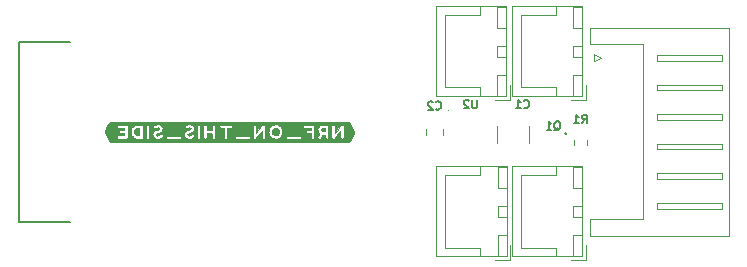
<source format=gbr>
%TF.GenerationSoftware,KiCad,Pcbnew,5.99.0-unknown-7ef9082c86~117~ubuntu18.04.1*%
%TF.CreationDate,2021-03-11T22:58:14+01:00*%
%TF.ProjectId,TSDZ2_nrf_module_board,5453445a-325f-46e7-9266-5f6d6f64756c,rev?*%
%TF.SameCoordinates,Original*%
%TF.FileFunction,Legend,Bot*%
%TF.FilePolarity,Positive*%
%FSLAX46Y46*%
G04 Gerber Fmt 4.6, Leading zero omitted, Abs format (unit mm)*
G04 Created by KiCad (PCBNEW 5.99.0-unknown-7ef9082c86~117~ubuntu18.04.1) date 2021-03-11 22:58:14*
%MOMM*%
%LPD*%
G01*
G04 APERTURE LIST*
%ADD10C,0.150000*%
%ADD11C,0.120000*%
%ADD12C,0.010000*%
%ADD13C,0.127000*%
G04 APERTURE END LIST*
D10*
%TO.C,R1*%
X92416666Y-69266666D02*
X92650000Y-68933333D01*
X92816666Y-69266666D02*
X92816666Y-68566666D01*
X92550000Y-68566666D01*
X92483333Y-68600000D01*
X92450000Y-68633333D01*
X92416666Y-68700000D01*
X92416666Y-68800000D01*
X92450000Y-68866666D01*
X92483333Y-68900000D01*
X92550000Y-68933333D01*
X92816666Y-68933333D01*
X91750000Y-69266666D02*
X92150000Y-69266666D01*
X91950000Y-69266666D02*
X91950000Y-68566666D01*
X92016666Y-68666666D01*
X92083333Y-68733333D01*
X92150000Y-68766666D01*
%TO.C,C2*%
X80066666Y-68050000D02*
X80100000Y-68083333D01*
X80200000Y-68116666D01*
X80266666Y-68116666D01*
X80366666Y-68083333D01*
X80433333Y-68016666D01*
X80466666Y-67950000D01*
X80500000Y-67816666D01*
X80500000Y-67716666D01*
X80466666Y-67583333D01*
X80433333Y-67516666D01*
X80366666Y-67450000D01*
X80266666Y-67416666D01*
X80200000Y-67416666D01*
X80100000Y-67450000D01*
X80066666Y-67483333D01*
X79800000Y-67483333D02*
X79766666Y-67450000D01*
X79700000Y-67416666D01*
X79533333Y-67416666D01*
X79466666Y-67450000D01*
X79433333Y-67483333D01*
X79400000Y-67550000D01*
X79400000Y-67616666D01*
X79433333Y-67716666D01*
X79833333Y-68116666D01*
X79400000Y-68116666D01*
%TO.C,U2*%
X83533333Y-67316666D02*
X83533333Y-67883333D01*
X83500000Y-67950000D01*
X83466666Y-67983333D01*
X83400000Y-68016666D01*
X83266666Y-68016666D01*
X83200000Y-67983333D01*
X83166666Y-67950000D01*
X83133333Y-67883333D01*
X83133333Y-67316666D01*
X82833333Y-67383333D02*
X82800000Y-67350000D01*
X82733333Y-67316666D01*
X82566666Y-67316666D01*
X82500000Y-67350000D01*
X82466666Y-67383333D01*
X82433333Y-67450000D01*
X82433333Y-67516666D01*
X82466666Y-67616666D01*
X82866666Y-68016666D01*
X82433333Y-68016666D01*
%TO.C,*%
%TO.C,Q1*%
X90066666Y-69883333D02*
X90133333Y-69850000D01*
X90200000Y-69783333D01*
X90300000Y-69683333D01*
X90366666Y-69650000D01*
X90433333Y-69650000D01*
X90400000Y-69816666D02*
X90466666Y-69783333D01*
X90533333Y-69716666D01*
X90566666Y-69583333D01*
X90566666Y-69350000D01*
X90533333Y-69216666D01*
X90466666Y-69150000D01*
X90400000Y-69116666D01*
X90266666Y-69116666D01*
X90200000Y-69150000D01*
X90133333Y-69216666D01*
X90100000Y-69350000D01*
X90100000Y-69583333D01*
X90133333Y-69716666D01*
X90200000Y-69783333D01*
X90266666Y-69816666D01*
X90400000Y-69816666D01*
X89433333Y-69816666D02*
X89833333Y-69816666D01*
X89633333Y-69816666D02*
X89633333Y-69116666D01*
X89700000Y-69216666D01*
X89766666Y-69283333D01*
X89833333Y-69316666D01*
%TO.C,C1*%
X87516666Y-67950000D02*
X87550000Y-67983333D01*
X87650000Y-68016666D01*
X87716666Y-68016666D01*
X87816666Y-67983333D01*
X87883333Y-67916666D01*
X87916666Y-67850000D01*
X87950000Y-67716666D01*
X87950000Y-67616666D01*
X87916666Y-67483333D01*
X87883333Y-67416666D01*
X87816666Y-67350000D01*
X87716666Y-67316666D01*
X87650000Y-67316666D01*
X87550000Y-67350000D01*
X87516666Y-67383333D01*
X86850000Y-68016666D02*
X87250000Y-68016666D01*
X87050000Y-68016666D02*
X87050000Y-67316666D01*
X87116666Y-67416666D01*
X87183333Y-67483333D01*
X87250000Y-67516666D01*
D11*
%TO.C,R1*%
X91777500Y-71137258D02*
X91777500Y-70662742D01*
X92822500Y-71137258D02*
X92822500Y-70662742D01*
%TO.C,C2*%
X80685000Y-69738748D02*
X80685000Y-70261252D01*
X79215000Y-69738748D02*
X79215000Y-70261252D01*
%TO.C,SW4*%
X85275000Y-59400000D02*
X86025000Y-59400000D01*
X83775000Y-60150000D02*
X80825000Y-60150000D01*
X86025000Y-62700000D02*
X86025000Y-63700000D01*
X86025000Y-65200000D02*
X86025000Y-67000000D01*
X85275000Y-63700000D02*
X85275000Y-62700000D01*
X85275000Y-65200000D02*
X86025000Y-65200000D01*
X86035000Y-59390000D02*
X86035000Y-67010000D01*
X86025000Y-63700000D02*
X85275000Y-63700000D01*
X80065000Y-67010000D02*
X80065000Y-59390000D01*
X86035000Y-67010000D02*
X80065000Y-67010000D01*
X86025000Y-67000000D02*
X85275000Y-67000000D01*
X83775000Y-66250000D02*
X80825000Y-66250000D01*
X80065000Y-59390000D02*
X86035000Y-59390000D01*
X80825000Y-66250000D02*
X80825000Y-63200000D01*
X85275000Y-61200000D02*
X85275000Y-59400000D01*
X85275000Y-62700000D02*
X86025000Y-62700000D01*
X80825000Y-60150000D02*
X80825000Y-63200000D01*
X86325000Y-66050000D02*
X86325000Y-67300000D01*
X86025000Y-59400000D02*
X86025000Y-61200000D01*
X83775000Y-67000000D02*
X83775000Y-66250000D01*
X85275000Y-67000000D02*
X85275000Y-65200000D01*
X86325000Y-67300000D02*
X85075000Y-67300000D01*
X83775000Y-59400000D02*
X83775000Y-60150000D01*
X86025000Y-61200000D02*
X85275000Y-61200000D01*
%TO.C,U2*%
X81150000Y-68200000D02*
G75*
G03*
X81150000Y-68200000I-50000J0D01*
G01*
%TO.C,SW1*%
X92450000Y-72950000D02*
X92450000Y-74750000D01*
X92460000Y-80560000D02*
X86490000Y-80560000D01*
X92750000Y-79600000D02*
X92750000Y-80850000D01*
X91700000Y-76250000D02*
X92450000Y-76250000D01*
X92450000Y-77250000D02*
X91700000Y-77250000D01*
X91700000Y-72950000D02*
X92450000Y-72950000D01*
X92460000Y-72940000D02*
X92460000Y-80560000D01*
X92450000Y-76250000D02*
X92450000Y-77250000D01*
X86490000Y-72940000D02*
X92460000Y-72940000D01*
X91700000Y-77250000D02*
X91700000Y-76250000D01*
X90200000Y-79800000D02*
X87250000Y-79800000D01*
X92450000Y-80550000D02*
X91700000Y-80550000D01*
X92450000Y-74750000D02*
X91700000Y-74750000D01*
X92450000Y-78750000D02*
X92450000Y-80550000D01*
X91700000Y-74750000D02*
X91700000Y-72950000D01*
X87250000Y-73700000D02*
X87250000Y-76750000D01*
X90200000Y-80550000D02*
X90200000Y-79800000D01*
X91700000Y-78750000D02*
X92450000Y-78750000D01*
X91700000Y-80550000D02*
X91700000Y-78750000D01*
X90200000Y-72950000D02*
X90200000Y-73700000D01*
X87250000Y-79800000D02*
X87250000Y-76750000D01*
X92750000Y-80850000D02*
X91500000Y-80850000D01*
X90200000Y-73700000D02*
X87250000Y-73700000D01*
X86490000Y-80560000D02*
X86490000Y-72940000D01*
%TO.C,J1*%
X93140000Y-78810000D02*
X93140000Y-77390000D01*
X104250000Y-64000000D02*
X98750000Y-64000000D01*
X104250000Y-69000000D02*
X98750000Y-69000000D01*
X93140000Y-61190000D02*
X93140000Y-62610000D01*
X98750000Y-76500000D02*
X98750000Y-76000000D01*
X104250000Y-68500000D02*
X104250000Y-69000000D01*
X104860000Y-61190000D02*
X93140000Y-61190000D01*
X104860000Y-70000000D02*
X104860000Y-78810000D01*
X104860000Y-78810000D02*
X93140000Y-78810000D01*
X98750000Y-73500000D02*
X104250000Y-73500000D01*
X98750000Y-74000000D02*
X98750000Y-73500000D01*
X97640000Y-62610000D02*
X97640000Y-70000000D01*
X93450000Y-63450000D02*
X93450000Y-64050000D01*
X104250000Y-71000000D02*
X104250000Y-71500000D01*
X104250000Y-73500000D02*
X104250000Y-74000000D01*
X98750000Y-68500000D02*
X104250000Y-68500000D01*
X97640000Y-77390000D02*
X97640000Y-70000000D01*
X98750000Y-64000000D02*
X98750000Y-63500000D01*
X104250000Y-76500000D02*
X98750000Y-76500000D01*
X98750000Y-63500000D02*
X104250000Y-63500000D01*
X98750000Y-66500000D02*
X98750000Y-66000000D01*
X93140000Y-62610000D02*
X97640000Y-62610000D01*
X104250000Y-71500000D02*
X98750000Y-71500000D01*
X93140000Y-77390000D02*
X97640000Y-77390000D01*
X104860000Y-70000000D02*
X104860000Y-61190000D01*
X104250000Y-66500000D02*
X98750000Y-66500000D01*
X98750000Y-71000000D02*
X104250000Y-71000000D01*
X104250000Y-63500000D02*
X104250000Y-64000000D01*
X98750000Y-69000000D02*
X98750000Y-68500000D01*
X94050000Y-63750000D02*
X93450000Y-63450000D01*
X98750000Y-76000000D02*
X104250000Y-76000000D01*
X104250000Y-76000000D02*
X104250000Y-76500000D01*
X98750000Y-71500000D02*
X98750000Y-71000000D01*
X93450000Y-64050000D02*
X94050000Y-63750000D01*
X98750000Y-66000000D02*
X104250000Y-66000000D01*
X104250000Y-74000000D02*
X98750000Y-74000000D01*
X104250000Y-66000000D02*
X104250000Y-66500000D01*
%TO.C,SW2*%
X90200000Y-67000000D02*
X90200000Y-66250000D01*
X90200000Y-66250000D02*
X87250000Y-66250000D01*
X86490000Y-59390000D02*
X92460000Y-59390000D01*
X92450000Y-65200000D02*
X92450000Y-67000000D01*
X87250000Y-66250000D02*
X87250000Y-63200000D01*
X91700000Y-65200000D02*
X92450000Y-65200000D01*
X92450000Y-62700000D02*
X92450000Y-63700000D01*
X92450000Y-61200000D02*
X91700000Y-61200000D01*
X92450000Y-63700000D02*
X91700000Y-63700000D01*
X92460000Y-67010000D02*
X86490000Y-67010000D01*
X91700000Y-63700000D02*
X91700000Y-62700000D01*
X92750000Y-66050000D02*
X92750000Y-67300000D01*
X92450000Y-67000000D02*
X91700000Y-67000000D01*
X86490000Y-67010000D02*
X86490000Y-59390000D01*
X87250000Y-60150000D02*
X87250000Y-63200000D01*
X90200000Y-59400000D02*
X90200000Y-60150000D01*
X92450000Y-59400000D02*
X92450000Y-61200000D01*
X91700000Y-62700000D02*
X92450000Y-62700000D01*
X92460000Y-59390000D02*
X92460000Y-67010000D01*
X91700000Y-61200000D02*
X91700000Y-59400000D01*
X91700000Y-67000000D02*
X91700000Y-65200000D01*
X90200000Y-60150000D02*
X87250000Y-60150000D01*
X91700000Y-59400000D02*
X92450000Y-59400000D01*
X92750000Y-67300000D02*
X91500000Y-67300000D01*
D12*
%TO.C,*%
X70650000Y-69970000D02*
X70480000Y-69970000D01*
X70480000Y-69970000D02*
X70400000Y-69950000D01*
X70400000Y-69950000D02*
X70340000Y-69890000D01*
X70340000Y-69890000D02*
X70330000Y-69800000D01*
X70330000Y-69800000D02*
X70370000Y-69730000D01*
X70370000Y-69730000D02*
X70440000Y-69680000D01*
X70440000Y-69680000D02*
X70520000Y-69680000D01*
X70520000Y-69680000D02*
X70610000Y-69680000D01*
X70610000Y-69680000D02*
X70680000Y-69690000D01*
X70680000Y-69690000D02*
X70680000Y-69950000D01*
X70680000Y-69950000D02*
X70650000Y-69970000D01*
X70650000Y-69970000D02*
X70650000Y-69970000D01*
G36*
X70680000Y-69690000D02*
G01*
X70680000Y-69950000D01*
X70650000Y-69970000D01*
X70480000Y-69970000D01*
X70400000Y-69950000D01*
X70340000Y-69890000D01*
X70330000Y-69800000D01*
X70370000Y-69730000D01*
X70440000Y-69680000D01*
X70610000Y-69680000D01*
X70680000Y-69690000D01*
G37*
X70680000Y-69690000D02*
X70680000Y-69950000D01*
X70650000Y-69970000D01*
X70480000Y-69970000D01*
X70400000Y-69950000D01*
X70340000Y-69890000D01*
X70330000Y-69800000D01*
X70370000Y-69730000D01*
X70440000Y-69680000D01*
X70610000Y-69680000D01*
X70680000Y-69690000D01*
X66720000Y-70180000D02*
X66660000Y-70240000D01*
X66660000Y-70240000D02*
X66590000Y-70280000D01*
X66590000Y-70280000D02*
X66510000Y-70300000D01*
X66510000Y-70300000D02*
X66420000Y-70300000D01*
X66420000Y-70300000D02*
X66350000Y-70270000D01*
X66350000Y-70270000D02*
X66280000Y-70220000D01*
X66280000Y-70220000D02*
X66220000Y-70160000D01*
X66220000Y-70160000D02*
X66190000Y-70080000D01*
X66190000Y-70080000D02*
X66180000Y-69990000D01*
X66180000Y-69990000D02*
X66190000Y-69900000D01*
X66190000Y-69900000D02*
X66220000Y-69830000D01*
X66220000Y-69830000D02*
X66270000Y-69760000D01*
X66270000Y-69760000D02*
X66330000Y-69700000D01*
X66330000Y-69700000D02*
X66410000Y-69670000D01*
X66410000Y-69670000D02*
X66490000Y-69660000D01*
X66490000Y-69660000D02*
X66570000Y-69680000D01*
X66570000Y-69680000D02*
X66650000Y-69710000D01*
X66650000Y-69710000D02*
X66710000Y-69770000D01*
X66710000Y-69770000D02*
X66750000Y-69840000D01*
X66750000Y-69840000D02*
X66780000Y-69920000D01*
X66780000Y-69920000D02*
X66780000Y-70010000D01*
X66780000Y-70010000D02*
X66780000Y-70090000D01*
X66780000Y-70090000D02*
X66720000Y-70180000D01*
X66720000Y-70180000D02*
X66720000Y-70180000D01*
G36*
X66570000Y-69680000D02*
G01*
X66650000Y-69710000D01*
X66710000Y-69770000D01*
X66750000Y-69840000D01*
X66780000Y-69920000D01*
X66780000Y-70090000D01*
X66720000Y-70180000D01*
X66660000Y-70240000D01*
X66590000Y-70280000D01*
X66510000Y-70300000D01*
X66420000Y-70300000D01*
X66350000Y-70270000D01*
X66280000Y-70220000D01*
X66220000Y-70160000D01*
X66190000Y-70080000D01*
X66180000Y-69990000D01*
X66190000Y-69900000D01*
X66220000Y-69830000D01*
X66270000Y-69760000D01*
X66330000Y-69700000D01*
X66410000Y-69670000D01*
X66490000Y-69660000D01*
X66570000Y-69680000D01*
G37*
X66570000Y-69680000D02*
X66650000Y-69710000D01*
X66710000Y-69770000D01*
X66750000Y-69840000D01*
X66780000Y-69920000D01*
X66780000Y-70090000D01*
X66720000Y-70180000D01*
X66660000Y-70240000D01*
X66590000Y-70280000D01*
X66510000Y-70300000D01*
X66420000Y-70300000D01*
X66350000Y-70270000D01*
X66280000Y-70220000D01*
X66220000Y-70160000D01*
X66190000Y-70080000D01*
X66180000Y-69990000D01*
X66190000Y-69900000D01*
X66220000Y-69830000D01*
X66270000Y-69760000D01*
X66330000Y-69700000D01*
X66410000Y-69670000D01*
X66490000Y-69660000D01*
X66570000Y-69680000D01*
X54670000Y-70290000D02*
X54610000Y-70230000D01*
X54610000Y-70230000D02*
X54560000Y-70160000D01*
X54560000Y-70160000D02*
X54520000Y-70090000D01*
X54520000Y-70090000D02*
X54510000Y-70010000D01*
X54510000Y-70010000D02*
X54510000Y-69920000D01*
X54510000Y-69920000D02*
X54540000Y-69840000D01*
X54540000Y-69840000D02*
X54590000Y-69780000D01*
X54590000Y-69780000D02*
X54660000Y-69720000D01*
X54660000Y-69720000D02*
X54740000Y-69690000D01*
X54740000Y-69690000D02*
X54820000Y-69690000D01*
X54820000Y-69690000D02*
X54910000Y-69690000D01*
X54910000Y-69690000D02*
X54960000Y-69720000D01*
X54960000Y-69720000D02*
X54960000Y-70220000D01*
X54960000Y-70220000D02*
X54960000Y-70300000D01*
X54960000Y-70300000D02*
X54700000Y-70300000D01*
X54700000Y-70300000D02*
X54670000Y-70290000D01*
X54670000Y-70290000D02*
X54670000Y-70290000D01*
G36*
X54960000Y-69720000D02*
G01*
X54960000Y-70300000D01*
X54700000Y-70300000D01*
X54670000Y-70290000D01*
X54610000Y-70230000D01*
X54560000Y-70160000D01*
X54520000Y-70090000D01*
X54510000Y-70010000D01*
X54510000Y-69920000D01*
X54540000Y-69840000D01*
X54590000Y-69780000D01*
X54660000Y-69720000D01*
X54740000Y-69690000D01*
X54910000Y-69690000D01*
X54960000Y-69720000D01*
G37*
X54960000Y-69720000D02*
X54960000Y-70300000D01*
X54700000Y-70300000D01*
X54670000Y-70290000D01*
X54610000Y-70230000D01*
X54560000Y-70160000D01*
X54520000Y-70090000D01*
X54510000Y-70010000D01*
X54510000Y-69920000D01*
X54540000Y-69840000D01*
X54590000Y-69780000D01*
X54660000Y-69720000D01*
X54740000Y-69690000D01*
X54910000Y-69690000D01*
X54960000Y-69720000D01*
X72330000Y-69150000D02*
X72670000Y-69150000D01*
X72670000Y-69150000D02*
X72750000Y-69160000D01*
X72750000Y-69160000D02*
X73170000Y-69990000D01*
X73170000Y-69990000D02*
X73140000Y-70070000D01*
X73140000Y-70070000D02*
X72760000Y-70820000D01*
X72760000Y-70820000D02*
X72690000Y-70850000D01*
X72690000Y-70850000D02*
X52460000Y-70850000D01*
X52460000Y-70850000D02*
X52400000Y-70810000D01*
X52400000Y-70810000D02*
X52020000Y-70050000D01*
X52020000Y-70050000D02*
X52010000Y-69970000D01*
X52010000Y-69970000D02*
X52390000Y-69220000D01*
X52390000Y-69220000D02*
X52440000Y-69150000D01*
X52440000Y-69150000D02*
X72330000Y-69150000D01*
X72330000Y-69150000D02*
X72180000Y-69410000D01*
X72180000Y-69410000D02*
X72100000Y-69400000D01*
X72100000Y-69400000D02*
X72020000Y-69430000D01*
X72020000Y-69430000D02*
X71960000Y-69490000D01*
X71960000Y-69490000D02*
X71650000Y-69900000D01*
X71650000Y-69900000D02*
X71540000Y-70060000D01*
X71540000Y-70060000D02*
X71510000Y-70090000D01*
X71510000Y-70090000D02*
X71510000Y-69580000D01*
X71510000Y-69580000D02*
X71500000Y-69490000D01*
X71500000Y-69490000D02*
X71420000Y-69400000D01*
X71420000Y-69400000D02*
X71330000Y-69400000D01*
X71330000Y-69400000D02*
X71260000Y-69430000D01*
X71260000Y-69430000D02*
X71220000Y-69490000D01*
X71220000Y-69490000D02*
X71220000Y-69590000D01*
X71220000Y-69590000D02*
X71220000Y-70430000D01*
X71220000Y-70430000D02*
X70970000Y-70410000D01*
X70970000Y-70410000D02*
X70970000Y-69480000D01*
X70970000Y-69480000D02*
X70940000Y-69420000D01*
X70940000Y-69420000D02*
X70850000Y-69390000D01*
X70850000Y-69390000D02*
X70510000Y-69390000D01*
X70510000Y-69390000D02*
X70420000Y-69390000D01*
X70420000Y-69390000D02*
X70350000Y-69410000D01*
X70350000Y-69410000D02*
X70270000Y-69450000D01*
X70270000Y-69450000D02*
X70190000Y-69500000D01*
X70190000Y-69500000D02*
X70140000Y-69560000D01*
X70140000Y-69560000D02*
X70090000Y-69630000D01*
X70090000Y-69630000D02*
X70060000Y-69710000D01*
X70060000Y-69710000D02*
X70040000Y-69790000D01*
X70040000Y-69790000D02*
X70050000Y-69880000D01*
X70050000Y-69880000D02*
X70060000Y-69960000D01*
X70060000Y-69960000D02*
X70100000Y-70040000D01*
X70100000Y-70040000D02*
X70150000Y-70100000D01*
X70150000Y-70100000D02*
X70150000Y-70160000D01*
X70150000Y-70160000D02*
X70080000Y-70320000D01*
X70080000Y-70320000D02*
X70060000Y-70390000D01*
X70060000Y-70390000D02*
X70030000Y-70470000D01*
X70030000Y-70470000D02*
X69780000Y-70430000D01*
X69780000Y-70430000D02*
X69780000Y-69580000D01*
X69780000Y-69580000D02*
X69780000Y-69490000D01*
X69780000Y-69490000D02*
X69750000Y-69420000D01*
X69750000Y-69420000D02*
X69670000Y-69400000D01*
X69670000Y-69400000D02*
X69580000Y-69400000D01*
X69580000Y-69400000D02*
X69070000Y-69400000D01*
X69070000Y-69400000D02*
X68960000Y-69400000D01*
X68960000Y-69400000D02*
X68890000Y-69430000D01*
X68890000Y-69430000D02*
X68850000Y-69500000D01*
X68850000Y-69500000D02*
X68850000Y-69590000D01*
X68850000Y-69590000D02*
X68890000Y-69660000D01*
X68890000Y-69660000D02*
X68960000Y-69690000D01*
X68960000Y-69690000D02*
X69470000Y-69690000D01*
X69470000Y-69690000D02*
X69490000Y-69750000D01*
X69490000Y-69750000D02*
X69490000Y-69840000D01*
X69490000Y-69840000D02*
X69430000Y-69860000D01*
X69430000Y-69860000D02*
X69170000Y-69860000D01*
X69170000Y-69860000D02*
X69090000Y-69860000D01*
X69090000Y-69860000D02*
X69050000Y-69920000D01*
X69050000Y-69920000D02*
X69040000Y-70020000D01*
X69040000Y-70020000D02*
X69060000Y-70100000D01*
X69060000Y-70100000D02*
X68630000Y-70430000D01*
X68630000Y-70430000D02*
X68590000Y-70370000D01*
X68590000Y-70370000D02*
X68500000Y-70360000D01*
X68500000Y-70360000D02*
X67490000Y-70360000D01*
X67490000Y-70360000D02*
X67400000Y-70370000D01*
X67400000Y-70370000D02*
X67350000Y-70420000D01*
X67350000Y-70420000D02*
X67030000Y-70220000D01*
X67030000Y-70220000D02*
X67050000Y-70140000D01*
X67050000Y-70140000D02*
X67070000Y-70060000D01*
X67070000Y-70060000D02*
X67070000Y-69980000D01*
X67070000Y-69980000D02*
X67060000Y-69890000D01*
X67060000Y-69890000D02*
X67050000Y-69810000D01*
X67050000Y-69810000D02*
X67020000Y-69730000D01*
X67020000Y-69730000D02*
X66980000Y-69650000D01*
X66980000Y-69650000D02*
X66930000Y-69580000D01*
X66930000Y-69580000D02*
X66870000Y-69520000D01*
X66870000Y-69520000D02*
X66810000Y-69470000D01*
X66810000Y-69470000D02*
X66730000Y-69430000D01*
X66730000Y-69430000D02*
X66660000Y-69400000D01*
X66660000Y-69400000D02*
X66580000Y-69380000D01*
X66580000Y-69380000D02*
X66490000Y-69370000D01*
X66490000Y-69370000D02*
X66440000Y-69380000D01*
X66440000Y-69380000D02*
X66360000Y-69390000D01*
X66360000Y-69390000D02*
X66280000Y-69410000D01*
X66280000Y-69410000D02*
X66200000Y-69450000D01*
X66200000Y-69450000D02*
X66130000Y-69490000D01*
X66130000Y-69490000D02*
X66070000Y-69550000D01*
X66070000Y-69550000D02*
X66010000Y-69620000D01*
X66010000Y-69620000D02*
X65960000Y-69690000D01*
X65960000Y-69690000D02*
X65930000Y-69760000D01*
X65930000Y-69760000D02*
X65610000Y-69580000D01*
X65610000Y-69580000D02*
X65610000Y-69490000D01*
X65610000Y-69490000D02*
X65580000Y-69420000D01*
X65580000Y-69420000D02*
X65500000Y-69400000D01*
X65500000Y-69400000D02*
X65410000Y-69410000D01*
X65410000Y-69410000D02*
X65350000Y-69440000D01*
X65350000Y-69440000D02*
X65280000Y-69530000D01*
X65280000Y-69530000D02*
X65030000Y-69860000D01*
X65030000Y-69860000D02*
X64870000Y-70080000D01*
X64870000Y-70080000D02*
X64860000Y-70050000D01*
X64860000Y-70050000D02*
X64860000Y-69540000D01*
X64860000Y-69540000D02*
X64850000Y-69460000D01*
X64850000Y-69460000D02*
X64820000Y-69420000D01*
X64820000Y-69420000D02*
X64740000Y-69400000D01*
X64740000Y-69400000D02*
X64650000Y-69410000D01*
X64650000Y-69410000D02*
X64590000Y-69460000D01*
X64590000Y-69460000D02*
X64570000Y-69540000D01*
X64570000Y-69540000D02*
X64570000Y-70480000D01*
X64570000Y-70480000D02*
X64360000Y-70440000D01*
X64360000Y-70440000D02*
X64320000Y-70380000D01*
X64320000Y-70380000D02*
X64240000Y-70360000D01*
X64240000Y-70360000D02*
X63220000Y-70360000D01*
X63220000Y-70360000D02*
X63130000Y-70370000D01*
X63130000Y-70370000D02*
X63070000Y-70420000D01*
X63070000Y-70420000D02*
X63070000Y-70500000D01*
X63070000Y-70500000D02*
X62380000Y-70490000D01*
X62380000Y-70490000D02*
X62380000Y-69640000D01*
X62380000Y-69640000D02*
X62460000Y-69640000D01*
X62460000Y-69640000D02*
X62720000Y-69640000D01*
X62720000Y-69640000D02*
X62790000Y-69610000D01*
X62790000Y-69610000D02*
X62810000Y-69530000D01*
X62810000Y-69530000D02*
X62800000Y-69440000D01*
X62800000Y-69440000D02*
X62740000Y-69400000D01*
X62740000Y-69400000D02*
X62620000Y-69400000D01*
X62620000Y-69400000D02*
X61770000Y-69400000D01*
X61770000Y-69400000D02*
X61700000Y-69420000D01*
X61700000Y-69420000D02*
X61680000Y-69500000D01*
X61680000Y-69500000D02*
X61380000Y-69520000D01*
X61380000Y-69520000D02*
X61370000Y-69450000D01*
X61370000Y-69450000D02*
X61320000Y-69410000D01*
X61320000Y-69410000D02*
X61210000Y-69400000D01*
X61210000Y-69400000D02*
X61130000Y-69430000D01*
X61130000Y-69430000D02*
X61100000Y-69490000D01*
X61100000Y-69490000D02*
X61090000Y-69580000D01*
X61090000Y-69580000D02*
X61090000Y-69830000D01*
X61090000Y-69830000D02*
X61060000Y-69880000D01*
X61060000Y-69880000D02*
X60720000Y-69880000D01*
X60720000Y-69880000D02*
X60660000Y-69850000D01*
X60660000Y-69850000D02*
X60660000Y-69510000D01*
X60660000Y-69510000D02*
X60640000Y-69440000D01*
X60640000Y-69440000D02*
X60620000Y-69420000D01*
X60620000Y-69420000D02*
X60540000Y-69400000D01*
X60540000Y-69400000D02*
X60450000Y-69410000D01*
X60450000Y-69410000D02*
X60380000Y-69460000D01*
X60380000Y-69460000D02*
X60370000Y-69540000D01*
X60370000Y-69540000D02*
X60120000Y-69520000D01*
X60120000Y-69520000D02*
X60110000Y-69450000D01*
X60110000Y-69450000D02*
X60050000Y-69410000D01*
X60050000Y-69410000D02*
X59950000Y-69400000D01*
X59950000Y-69400000D02*
X59860000Y-69430000D01*
X59860000Y-69430000D02*
X59830000Y-69490000D01*
X59830000Y-69490000D02*
X59830000Y-69580000D01*
X59830000Y-69580000D02*
X59830000Y-70420000D01*
X59830000Y-70420000D02*
X59600000Y-70330000D01*
X59600000Y-70330000D02*
X59590000Y-70270000D01*
X59590000Y-70270000D02*
X59530000Y-70200000D01*
X59530000Y-70200000D02*
X59450000Y-70170000D01*
X59450000Y-70170000D02*
X59380000Y-70190000D01*
X59380000Y-70190000D02*
X59310000Y-70260000D01*
X59310000Y-70260000D02*
X59240000Y-70310000D01*
X59240000Y-70310000D02*
X59150000Y-70320000D01*
X59150000Y-70320000D02*
X59070000Y-70290000D01*
X59070000Y-70290000D02*
X59030000Y-70230000D01*
X59030000Y-70230000D02*
X59050000Y-70150000D01*
X59050000Y-70150000D02*
X59120000Y-70110000D01*
X59120000Y-70110000D02*
X59200000Y-70100000D01*
X59200000Y-70100000D02*
X59280000Y-70070000D01*
X59280000Y-70070000D02*
X59370000Y-70040000D01*
X59370000Y-70040000D02*
X59440000Y-70010000D01*
X59440000Y-70010000D02*
X59500000Y-69960000D01*
X59500000Y-69960000D02*
X59550000Y-69880000D01*
X59550000Y-69880000D02*
X59580000Y-69810000D01*
X59580000Y-69810000D02*
X59590000Y-69720000D01*
X59590000Y-69720000D02*
X59580000Y-69630000D01*
X59580000Y-69630000D02*
X59550000Y-69560000D01*
X59550000Y-69560000D02*
X59500000Y-69490000D01*
X59500000Y-69490000D02*
X59440000Y-69430000D01*
X59440000Y-69430000D02*
X59370000Y-69400000D01*
X59370000Y-69400000D02*
X59280000Y-69370000D01*
X59280000Y-69370000D02*
X59190000Y-69370000D01*
X59190000Y-69370000D02*
X59100000Y-69370000D01*
X59100000Y-69370000D02*
X59020000Y-69390000D01*
X59020000Y-69390000D02*
X58930000Y-69420000D01*
X58930000Y-69420000D02*
X58870000Y-69460000D01*
X58870000Y-69460000D02*
X58810000Y-69530000D01*
X58810000Y-69530000D02*
X58820000Y-69590000D01*
X58820000Y-69590000D02*
X58880000Y-69680000D01*
X58880000Y-69680000D02*
X58940000Y-69720000D01*
X58940000Y-69720000D02*
X59020000Y-69700000D01*
X59020000Y-69700000D02*
X59090000Y-69650000D01*
X59090000Y-69650000D02*
X59170000Y-69630000D01*
X59170000Y-69630000D02*
X59250000Y-69640000D01*
X59250000Y-69640000D02*
X59300000Y-69710000D01*
X59300000Y-69710000D02*
X59270000Y-69790000D01*
X59270000Y-69790000D02*
X59200000Y-69820000D01*
X59200000Y-69820000D02*
X59030000Y-69860000D01*
X59030000Y-69860000D02*
X58950000Y-69890000D01*
X58950000Y-69890000D02*
X58870000Y-69920000D01*
X58870000Y-69920000D02*
X58810000Y-69980000D01*
X58810000Y-69980000D02*
X58770000Y-70050000D01*
X58770000Y-70050000D02*
X58740000Y-70130000D01*
X58740000Y-70130000D02*
X58740000Y-70220000D01*
X58740000Y-70220000D02*
X58750000Y-70300000D01*
X58750000Y-70300000D02*
X58480000Y-70390000D01*
X58480000Y-70390000D02*
X58410000Y-70360000D01*
X58410000Y-70360000D02*
X57300000Y-70360000D01*
X57300000Y-70360000D02*
X57230000Y-70390000D01*
X57230000Y-70390000D02*
X56930000Y-70330000D01*
X56930000Y-70330000D02*
X56920000Y-70270000D01*
X56920000Y-70270000D02*
X56860000Y-70200000D01*
X56860000Y-70200000D02*
X56780000Y-70170000D01*
X56780000Y-70170000D02*
X56720000Y-70190000D01*
X56720000Y-70190000D02*
X56640000Y-70260000D01*
X56640000Y-70260000D02*
X56570000Y-70310000D01*
X56570000Y-70310000D02*
X56480000Y-70320000D01*
X56480000Y-70320000D02*
X56400000Y-70290000D01*
X56400000Y-70290000D02*
X56360000Y-70230000D01*
X56360000Y-70230000D02*
X56380000Y-70150000D01*
X56380000Y-70150000D02*
X56450000Y-70110000D01*
X56450000Y-70110000D02*
X56540000Y-70100000D01*
X56540000Y-70100000D02*
X56620000Y-70070000D01*
X56620000Y-70070000D02*
X56700000Y-70040000D01*
X56700000Y-70040000D02*
X56780000Y-70010000D01*
X56780000Y-70010000D02*
X56840000Y-69950000D01*
X56840000Y-69950000D02*
X56890000Y-69880000D01*
X56890000Y-69880000D02*
X56910000Y-69800000D01*
X56910000Y-69800000D02*
X56920000Y-69720000D01*
X56920000Y-69720000D02*
X56910000Y-69630000D01*
X56910000Y-69630000D02*
X56880000Y-69560000D01*
X56880000Y-69560000D02*
X56830000Y-69490000D01*
X56830000Y-69490000D02*
X56770000Y-69430000D01*
X56770000Y-69430000D02*
X56700000Y-69400000D01*
X56700000Y-69400000D02*
X56620000Y-69370000D01*
X56620000Y-69370000D02*
X56520000Y-69370000D01*
X56520000Y-69370000D02*
X56430000Y-69370000D01*
X56430000Y-69370000D02*
X56350000Y-69390000D01*
X56350000Y-69390000D02*
X56260000Y-69420000D01*
X56260000Y-69420000D02*
X56210000Y-69460000D01*
X56210000Y-69460000D02*
X56150000Y-69530000D01*
X56150000Y-69530000D02*
X56150000Y-69590000D01*
X56150000Y-69590000D02*
X56210000Y-69680000D01*
X56210000Y-69680000D02*
X56280000Y-69720000D01*
X56280000Y-69720000D02*
X56350000Y-69700000D01*
X56350000Y-69700000D02*
X56420000Y-69650000D01*
X56420000Y-69650000D02*
X56500000Y-69630000D01*
X56500000Y-69630000D02*
X56590000Y-69640000D01*
X56590000Y-69640000D02*
X56630000Y-69710000D01*
X56630000Y-69710000D02*
X56600000Y-69790000D01*
X56600000Y-69790000D02*
X56530000Y-69820000D01*
X56530000Y-69820000D02*
X56360000Y-69870000D01*
X56360000Y-69870000D02*
X56280000Y-69890000D01*
X56280000Y-69890000D02*
X56210000Y-69920000D01*
X56210000Y-69920000D02*
X56140000Y-69980000D01*
X56140000Y-69980000D02*
X56100000Y-70050000D01*
X56100000Y-70050000D02*
X56080000Y-70130000D01*
X56080000Y-70130000D02*
X56070000Y-70220000D01*
X56070000Y-70220000D02*
X56090000Y-70310000D01*
X56090000Y-70310000D02*
X56110000Y-70380000D01*
X56110000Y-70380000D02*
X55790000Y-70490000D01*
X55790000Y-70490000D02*
X55790000Y-69550000D01*
X55790000Y-69550000D02*
X55790000Y-69470000D01*
X55790000Y-69470000D02*
X55750000Y-69420000D01*
X55750000Y-69420000D02*
X55660000Y-69400000D01*
X55660000Y-69400000D02*
X55560000Y-69410000D01*
X55560000Y-69410000D02*
X55510000Y-69460000D01*
X55510000Y-69460000D02*
X55510000Y-69550000D01*
X55510000Y-69550000D02*
X55250000Y-69520000D01*
X55250000Y-69520000D02*
X55240000Y-69440000D01*
X55240000Y-69440000D02*
X55180000Y-69410000D01*
X55180000Y-69410000D02*
X55030000Y-69400000D01*
X55030000Y-69400000D02*
X54780000Y-69400000D01*
X54780000Y-69400000D02*
X54690000Y-69410000D01*
X54690000Y-69410000D02*
X54610000Y-69430000D01*
X54610000Y-69430000D02*
X54540000Y-69470000D01*
X54540000Y-69470000D02*
X54470000Y-69510000D01*
X54470000Y-69510000D02*
X54400000Y-69570000D01*
X54400000Y-69570000D02*
X54340000Y-69630000D01*
X54340000Y-69630000D02*
X54290000Y-69700000D01*
X54290000Y-69700000D02*
X53960000Y-69520000D01*
X53960000Y-69520000D02*
X53940000Y-69440000D01*
X53940000Y-69440000D02*
X53890000Y-69410000D01*
X53890000Y-69410000D02*
X53790000Y-69400000D01*
X53790000Y-69400000D02*
X53200000Y-69400000D01*
X53200000Y-69400000D02*
X53120000Y-69400000D01*
X53120000Y-69400000D02*
X53050000Y-69440000D01*
X53050000Y-69440000D02*
X53030000Y-69520000D01*
X53030000Y-69520000D02*
X53040000Y-69630000D01*
X53040000Y-69630000D02*
X53090000Y-69680000D01*
X53090000Y-69680000D02*
X53170000Y-69690000D01*
X53170000Y-69690000D02*
X53600000Y-69690000D01*
X53600000Y-69690000D02*
X53680000Y-69690000D01*
X53680000Y-69690000D02*
X53680000Y-69780000D01*
X53680000Y-69780000D02*
X53670000Y-69860000D01*
X53670000Y-69860000D02*
X53330000Y-69860000D01*
X53330000Y-69860000D02*
X53260000Y-69880000D01*
X53260000Y-69880000D02*
X53220000Y-69930000D01*
X53220000Y-69930000D02*
X53210000Y-70040000D01*
X53210000Y-70040000D02*
X53250000Y-70110000D01*
X53250000Y-70110000D02*
X53310000Y-70140000D01*
X53310000Y-70140000D02*
X53410000Y-70140000D01*
X53410000Y-70140000D02*
X53660000Y-70140000D01*
X53660000Y-70140000D02*
X53680000Y-70210000D01*
X53680000Y-70210000D02*
X53680000Y-70300000D01*
X53680000Y-70300000D02*
X53170000Y-70300000D01*
X53170000Y-70300000D02*
X53090000Y-70320000D01*
X53090000Y-70320000D02*
X53040000Y-70370000D01*
X53040000Y-70370000D02*
X53030000Y-70480000D01*
X53030000Y-70480000D02*
X53060000Y-70560000D01*
X53060000Y-70560000D02*
X53120000Y-70590000D01*
X53120000Y-70590000D02*
X53210000Y-70590000D01*
X53210000Y-70590000D02*
X53800000Y-70590000D01*
X53800000Y-70590000D02*
X53900000Y-70580000D01*
X53900000Y-70580000D02*
X53950000Y-70540000D01*
X53950000Y-70540000D02*
X53960000Y-70460000D01*
X53960000Y-70460000D02*
X53960000Y-69530000D01*
X53960000Y-69530000D02*
X54290000Y-69700000D01*
X54290000Y-69700000D02*
X54260000Y-69770000D01*
X54260000Y-69770000D02*
X54230000Y-69850000D01*
X54230000Y-69850000D02*
X54220000Y-69940000D01*
X54220000Y-69940000D02*
X54220000Y-70020000D01*
X54220000Y-70020000D02*
X54230000Y-70110000D01*
X54230000Y-70110000D02*
X54250000Y-70190000D01*
X54250000Y-70190000D02*
X54280000Y-70270000D01*
X54280000Y-70270000D02*
X54330000Y-70340000D01*
X54330000Y-70340000D02*
X54380000Y-70400000D01*
X54380000Y-70400000D02*
X54450000Y-70460000D01*
X54450000Y-70460000D02*
X54510000Y-70510000D01*
X54510000Y-70510000D02*
X54590000Y-70550000D01*
X54590000Y-70550000D02*
X54670000Y-70580000D01*
X54670000Y-70580000D02*
X54750000Y-70590000D01*
X54750000Y-70590000D02*
X54840000Y-70590000D01*
X54840000Y-70590000D02*
X55090000Y-70590000D01*
X55090000Y-70590000D02*
X55190000Y-70580000D01*
X55190000Y-70580000D02*
X55240000Y-70540000D01*
X55240000Y-70540000D02*
X55250000Y-70460000D01*
X55250000Y-70460000D02*
X55250000Y-69520000D01*
X55250000Y-69520000D02*
X55510000Y-69550000D01*
X55510000Y-69550000D02*
X55510000Y-70400000D01*
X55510000Y-70400000D02*
X55510000Y-70490000D01*
X55510000Y-70490000D02*
X55530000Y-70560000D01*
X55530000Y-70560000D02*
X55600000Y-70590000D01*
X55600000Y-70590000D02*
X55710000Y-70590000D01*
X55710000Y-70590000D02*
X55770000Y-70550000D01*
X55770000Y-70550000D02*
X55790000Y-70490000D01*
X55790000Y-70490000D02*
X56110000Y-70380000D01*
X56110000Y-70380000D02*
X56160000Y-70450000D01*
X56160000Y-70450000D02*
X56220000Y-70510000D01*
X56220000Y-70510000D02*
X56300000Y-70550000D01*
X56300000Y-70550000D02*
X56380000Y-70580000D01*
X56380000Y-70580000D02*
X56460000Y-70590000D01*
X56460000Y-70590000D02*
X56550000Y-70590000D01*
X56550000Y-70590000D02*
X56630000Y-70580000D01*
X56630000Y-70580000D02*
X56710000Y-70550000D01*
X56710000Y-70550000D02*
X56790000Y-70510000D01*
X56790000Y-70510000D02*
X56850000Y-70450000D01*
X56850000Y-70450000D02*
X56930000Y-70340000D01*
X56930000Y-70340000D02*
X57230000Y-70400000D01*
X57230000Y-70400000D02*
X57210000Y-70470000D01*
X57210000Y-70470000D02*
X57220000Y-70560000D01*
X57220000Y-70560000D02*
X57290000Y-70590000D01*
X57290000Y-70590000D02*
X58390000Y-70590000D01*
X58390000Y-70590000D02*
X58420000Y-70590000D01*
X58420000Y-70590000D02*
X58490000Y-70550000D01*
X58490000Y-70550000D02*
X58500000Y-70470000D01*
X58500000Y-70470000D02*
X58480000Y-70390000D01*
X58480000Y-70390000D02*
X58750000Y-70310000D01*
X58750000Y-70310000D02*
X58780000Y-70380000D01*
X58780000Y-70380000D02*
X58830000Y-70450000D01*
X58830000Y-70450000D02*
X58890000Y-70510000D01*
X58890000Y-70510000D02*
X58960000Y-70550000D01*
X58960000Y-70550000D02*
X59040000Y-70580000D01*
X59040000Y-70580000D02*
X59130000Y-70590000D01*
X59130000Y-70590000D02*
X59210000Y-70590000D01*
X59210000Y-70590000D02*
X59300000Y-70580000D01*
X59300000Y-70580000D02*
X59380000Y-70550000D01*
X59380000Y-70550000D02*
X59450000Y-70510000D01*
X59450000Y-70510000D02*
X59520000Y-70450000D01*
X59520000Y-70450000D02*
X59600000Y-70340000D01*
X59600000Y-70340000D02*
X59830000Y-70430000D01*
X59830000Y-70430000D02*
X59840000Y-70510000D01*
X59840000Y-70510000D02*
X59870000Y-70570000D01*
X59870000Y-70570000D02*
X59960000Y-70590000D01*
X59960000Y-70590000D02*
X60060000Y-70580000D01*
X60060000Y-70580000D02*
X60110000Y-70540000D01*
X60110000Y-70540000D02*
X60120000Y-70450000D01*
X60120000Y-70450000D02*
X60120000Y-69610000D01*
X60120000Y-69610000D02*
X60120000Y-69530000D01*
X60120000Y-69530000D02*
X60370000Y-69540000D01*
X60370000Y-69540000D02*
X60370000Y-70470000D01*
X60370000Y-70470000D02*
X60400000Y-70550000D01*
X60400000Y-70550000D02*
X60450000Y-70590000D01*
X60450000Y-70590000D02*
X60560000Y-70590000D01*
X60560000Y-70590000D02*
X60640000Y-70560000D01*
X60640000Y-70560000D02*
X60660000Y-70490000D01*
X60660000Y-70490000D02*
X60660000Y-70400000D01*
X60660000Y-70400000D02*
X60660000Y-70150000D01*
X60660000Y-70150000D02*
X60720000Y-70120000D01*
X60720000Y-70120000D02*
X61050000Y-70120000D01*
X61050000Y-70120000D02*
X61090000Y-70160000D01*
X61090000Y-70160000D02*
X61090000Y-70420000D01*
X61090000Y-70420000D02*
X61100000Y-70500000D01*
X61100000Y-70500000D02*
X61130000Y-70570000D01*
X61130000Y-70570000D02*
X61210000Y-70590000D01*
X61210000Y-70590000D02*
X61320000Y-70580000D01*
X61320000Y-70580000D02*
X61370000Y-70540000D01*
X61370000Y-70540000D02*
X61380000Y-70460000D01*
X61380000Y-70460000D02*
X61380000Y-69530000D01*
X61380000Y-69530000D02*
X61680000Y-69500000D01*
X61680000Y-69500000D02*
X61680000Y-69590000D01*
X61680000Y-69590000D02*
X61740000Y-69630000D01*
X61740000Y-69630000D02*
X61830000Y-69640000D01*
X61830000Y-69640000D02*
X62090000Y-69640000D01*
X62090000Y-69640000D02*
X62100000Y-69710000D01*
X62100000Y-69710000D02*
X62100000Y-70470000D01*
X62100000Y-70470000D02*
X62120000Y-70550000D01*
X62120000Y-70550000D02*
X62190000Y-70590000D01*
X62190000Y-70590000D02*
X62280000Y-70590000D01*
X62280000Y-70590000D02*
X62360000Y-70570000D01*
X62360000Y-70570000D02*
X62380000Y-70500000D01*
X62380000Y-70500000D02*
X63070000Y-70500000D01*
X63070000Y-70500000D02*
X63100000Y-70580000D01*
X63100000Y-70580000D02*
X63180000Y-70590000D01*
X63180000Y-70590000D02*
X64200000Y-70590000D01*
X64200000Y-70590000D02*
X64310000Y-70590000D01*
X64310000Y-70590000D02*
X64360000Y-70530000D01*
X64360000Y-70530000D02*
X64360000Y-70440000D01*
X64360000Y-70440000D02*
X64570000Y-70480000D01*
X64570000Y-70480000D02*
X64600000Y-70550000D01*
X64600000Y-70550000D02*
X64650000Y-70590000D01*
X64650000Y-70590000D02*
X64760000Y-70590000D01*
X64760000Y-70590000D02*
X64830000Y-70570000D01*
X64830000Y-70570000D02*
X64900000Y-70480000D01*
X64900000Y-70480000D02*
X65320000Y-69940000D01*
X65320000Y-69940000D02*
X65340000Y-69940000D01*
X65340000Y-69940000D02*
X65340000Y-70450000D01*
X65340000Y-70450000D02*
X65340000Y-70530000D01*
X65340000Y-70530000D02*
X65380000Y-70580000D01*
X65380000Y-70580000D02*
X65490000Y-70590000D01*
X65490000Y-70590000D02*
X65580000Y-70570000D01*
X65580000Y-70570000D02*
X65610000Y-70510000D01*
X65610000Y-70510000D02*
X65610000Y-70430000D01*
X65610000Y-70430000D02*
X65610000Y-69580000D01*
X65610000Y-69580000D02*
X65930000Y-69760000D01*
X65930000Y-69760000D02*
X65910000Y-69840000D01*
X65910000Y-69840000D02*
X65900000Y-69930000D01*
X65900000Y-69930000D02*
X65890000Y-70010000D01*
X65890000Y-70010000D02*
X65900000Y-70100000D01*
X65900000Y-70100000D02*
X65930000Y-70180000D01*
X65930000Y-70180000D02*
X65960000Y-70260000D01*
X65960000Y-70260000D02*
X66000000Y-70330000D01*
X66000000Y-70330000D02*
X66050000Y-70400000D01*
X66050000Y-70400000D02*
X66110000Y-70460000D01*
X66110000Y-70460000D02*
X66180000Y-70510000D01*
X66180000Y-70510000D02*
X66250000Y-70550000D01*
X66250000Y-70550000D02*
X66330000Y-70570000D01*
X66330000Y-70570000D02*
X66410000Y-70590000D01*
X66410000Y-70590000D02*
X66500000Y-70590000D01*
X66500000Y-70590000D02*
X66590000Y-70580000D01*
X66590000Y-70580000D02*
X66670000Y-70560000D01*
X66670000Y-70560000D02*
X66740000Y-70530000D01*
X66740000Y-70530000D02*
X66810000Y-70490000D01*
X66810000Y-70490000D02*
X66880000Y-70430000D01*
X66880000Y-70430000D02*
X66940000Y-70370000D01*
X66940000Y-70370000D02*
X66990000Y-70300000D01*
X66990000Y-70300000D02*
X67030000Y-70220000D01*
X67030000Y-70220000D02*
X67350000Y-70420000D01*
X67350000Y-70420000D02*
X67340000Y-70510000D01*
X67340000Y-70510000D02*
X67380000Y-70580000D01*
X67380000Y-70580000D02*
X67460000Y-70590000D01*
X67460000Y-70590000D02*
X68480000Y-70590000D01*
X68480000Y-70590000D02*
X68600000Y-70580000D01*
X68600000Y-70580000D02*
X68630000Y-70520000D01*
X68630000Y-70520000D02*
X68630000Y-70440000D01*
X68630000Y-70440000D02*
X69060000Y-70110000D01*
X69060000Y-70110000D02*
X69110000Y-70140000D01*
X69110000Y-70140000D02*
X69200000Y-70140000D01*
X69200000Y-70140000D02*
X69460000Y-70140000D01*
X69460000Y-70140000D02*
X69490000Y-70190000D01*
X69490000Y-70190000D02*
X69490000Y-70450000D01*
X69490000Y-70450000D02*
X69500000Y-70530000D01*
X69500000Y-70530000D02*
X69550000Y-70580000D01*
X69550000Y-70580000D02*
X69650000Y-70590000D01*
X69650000Y-70590000D02*
X69740000Y-70570000D01*
X69740000Y-70570000D02*
X69780000Y-70520000D01*
X69780000Y-70520000D02*
X69780000Y-70430000D01*
X69780000Y-70430000D02*
X70030000Y-70470000D01*
X70030000Y-70470000D02*
X70070000Y-70530000D01*
X70070000Y-70530000D02*
X70160000Y-70580000D01*
X70160000Y-70580000D02*
X70240000Y-70590000D01*
X70240000Y-70590000D02*
X70300000Y-70550000D01*
X70300000Y-70550000D02*
X70390000Y-70340000D01*
X70390000Y-70340000D02*
X70450000Y-70250000D01*
X70450000Y-70250000D02*
X70620000Y-70250000D01*
X70620000Y-70250000D02*
X70680000Y-70280000D01*
X70680000Y-70280000D02*
X70680000Y-70450000D01*
X70680000Y-70450000D02*
X70690000Y-70530000D01*
X70690000Y-70530000D02*
X70740000Y-70570000D01*
X70740000Y-70570000D02*
X70850000Y-70580000D01*
X70850000Y-70580000D02*
X70930000Y-70560000D01*
X70930000Y-70560000D02*
X70960000Y-70500000D01*
X70960000Y-70500000D02*
X70970000Y-70410000D01*
X70970000Y-70410000D02*
X71220000Y-70430000D01*
X71220000Y-70430000D02*
X71230000Y-70510000D01*
X71230000Y-70510000D02*
X71270000Y-70570000D01*
X71270000Y-70570000D02*
X71360000Y-70590000D01*
X71360000Y-70590000D02*
X71450000Y-70590000D01*
X71450000Y-70590000D02*
X71520000Y-70530000D01*
X71520000Y-70530000D02*
X71980000Y-69920000D01*
X71980000Y-69920000D02*
X71980000Y-69980000D01*
X71980000Y-69980000D02*
X71980000Y-70500000D01*
X71980000Y-70500000D02*
X72010000Y-70560000D01*
X72010000Y-70560000D02*
X72080000Y-70590000D01*
X72080000Y-70590000D02*
X72190000Y-70590000D01*
X72190000Y-70590000D02*
X72240000Y-70550000D01*
X72240000Y-70550000D02*
X72260000Y-70470000D01*
X72260000Y-70470000D02*
X72260000Y-69530000D01*
X72260000Y-69530000D02*
X72250000Y-69450000D01*
X72250000Y-69450000D02*
X72190000Y-69410000D01*
X72190000Y-69410000D02*
X72330000Y-69150000D01*
X72330000Y-69150000D02*
X72330000Y-69150000D01*
G36*
X71230000Y-70510000D02*
G01*
X71270000Y-70570000D01*
X71360000Y-70590000D01*
X71450000Y-70590000D01*
X71520000Y-70530000D01*
X71980000Y-69920000D01*
X71980000Y-70500000D01*
X72010000Y-70560000D01*
X72080000Y-70590000D01*
X72190000Y-70590000D01*
X72240000Y-70550000D01*
X72260000Y-70470000D01*
X72260000Y-69530000D01*
X72250000Y-69450000D01*
X72190000Y-69410000D01*
X72330000Y-69150000D01*
X72670000Y-69150000D01*
X72750000Y-69160000D01*
X73170000Y-69990000D01*
X73140000Y-70070000D01*
X72760000Y-70820000D01*
X72690000Y-70850000D01*
X52460000Y-70850000D01*
X52400000Y-70810000D01*
X52020000Y-70050000D01*
X52010000Y-69970000D01*
X52238000Y-69520000D01*
X53030000Y-69520000D01*
X53040000Y-69630000D01*
X53090000Y-69680000D01*
X53170000Y-69690000D01*
X53680000Y-69690000D01*
X53680000Y-69780000D01*
X53670000Y-69860000D01*
X53330000Y-69860000D01*
X53260000Y-69880000D01*
X53220000Y-69930000D01*
X53210000Y-70040000D01*
X53250000Y-70110000D01*
X53310000Y-70140000D01*
X53660000Y-70140000D01*
X53680000Y-70210000D01*
X53680000Y-70300000D01*
X53170000Y-70300000D01*
X53090000Y-70320000D01*
X53040000Y-70370000D01*
X53030000Y-70480000D01*
X53060000Y-70560000D01*
X53120000Y-70590000D01*
X53800000Y-70590000D01*
X53900000Y-70580000D01*
X53950000Y-70540000D01*
X53960000Y-70460000D01*
X53960000Y-69530000D01*
X54290000Y-69700000D01*
X54260000Y-69770000D01*
X54230000Y-69850000D01*
X54220000Y-69940000D01*
X54220000Y-70020000D01*
X54230000Y-70110000D01*
X54250000Y-70190000D01*
X54280000Y-70270000D01*
X54330000Y-70340000D01*
X54380000Y-70400000D01*
X54450000Y-70460000D01*
X54510000Y-70510000D01*
X54590000Y-70550000D01*
X54670000Y-70580000D01*
X54750000Y-70590000D01*
X55090000Y-70590000D01*
X55190000Y-70580000D01*
X55240000Y-70540000D01*
X55250000Y-70460000D01*
X55250000Y-69520000D01*
X55242500Y-69460000D01*
X55510000Y-69460000D01*
X55510000Y-70490000D01*
X55530000Y-70560000D01*
X55600000Y-70590000D01*
X55710000Y-70590000D01*
X55770000Y-70550000D01*
X55790000Y-70490000D01*
X55790000Y-70220000D01*
X56070000Y-70220000D01*
X56090000Y-70310000D01*
X56110000Y-70380000D01*
X56160000Y-70450000D01*
X56220000Y-70510000D01*
X56300000Y-70550000D01*
X56380000Y-70580000D01*
X56460000Y-70590000D01*
X56550000Y-70590000D01*
X56630000Y-70580000D01*
X56710000Y-70550000D01*
X56790000Y-70510000D01*
X56850000Y-70450000D01*
X56930000Y-70340000D01*
X57230000Y-70400000D01*
X57210000Y-70470000D01*
X57220000Y-70560000D01*
X57290000Y-70590000D01*
X58420000Y-70590000D01*
X58490000Y-70550000D01*
X58500000Y-70470000D01*
X58480000Y-70390000D01*
X58750000Y-70310000D01*
X58780000Y-70380000D01*
X58830000Y-70450000D01*
X58890000Y-70510000D01*
X58960000Y-70550000D01*
X59040000Y-70580000D01*
X59130000Y-70590000D01*
X59210000Y-70590000D01*
X59300000Y-70580000D01*
X59380000Y-70550000D01*
X59450000Y-70510000D01*
X59520000Y-70450000D01*
X59600000Y-70340000D01*
X59830000Y-70430000D01*
X59840000Y-70510000D01*
X59870000Y-70570000D01*
X59960000Y-70590000D01*
X60060000Y-70580000D01*
X60110000Y-70540000D01*
X60120000Y-70450000D01*
X60120000Y-69530000D01*
X60370000Y-69540000D01*
X60370000Y-70470000D01*
X60400000Y-70550000D01*
X60450000Y-70590000D01*
X60560000Y-70590000D01*
X60640000Y-70560000D01*
X60660000Y-70490000D01*
X60660000Y-70150000D01*
X60720000Y-70120000D01*
X61050000Y-70120000D01*
X61090000Y-70160000D01*
X61090000Y-70420000D01*
X61100000Y-70500000D01*
X61130000Y-70570000D01*
X61210000Y-70590000D01*
X61320000Y-70580000D01*
X61370000Y-70540000D01*
X61380000Y-70460000D01*
X61380000Y-69530000D01*
X61680000Y-69500000D01*
X61680000Y-69590000D01*
X61740000Y-69630000D01*
X61830000Y-69640000D01*
X62090000Y-69640000D01*
X62100000Y-69710000D01*
X62100000Y-70470000D01*
X62120000Y-70550000D01*
X62190000Y-70590000D01*
X62280000Y-70590000D01*
X62360000Y-70570000D01*
X62380000Y-70500000D01*
X63070000Y-70500000D01*
X63100000Y-70580000D01*
X63180000Y-70590000D01*
X64310000Y-70590000D01*
X64360000Y-70530000D01*
X64360000Y-70440000D01*
X64320000Y-70380000D01*
X64240000Y-70360000D01*
X63220000Y-70360000D01*
X63130000Y-70370000D01*
X63070000Y-70420000D01*
X63070000Y-70500000D01*
X62380000Y-70490000D01*
X62380000Y-69640000D01*
X62720000Y-69640000D01*
X62790000Y-69610000D01*
X62807500Y-69540000D01*
X64570000Y-69540000D01*
X64570000Y-70480000D01*
X64600000Y-70550000D01*
X64650000Y-70590000D01*
X64760000Y-70590000D01*
X64830000Y-70570000D01*
X65320000Y-69940000D01*
X65340000Y-69940000D01*
X65340000Y-70530000D01*
X65380000Y-70580000D01*
X65490000Y-70590000D01*
X65580000Y-70570000D01*
X65610000Y-70510000D01*
X65610000Y-70010000D01*
X65890000Y-70010000D01*
X65900000Y-70100000D01*
X65960000Y-70260000D01*
X66000000Y-70330000D01*
X66050000Y-70400000D01*
X66110000Y-70460000D01*
X66180000Y-70510000D01*
X66250000Y-70550000D01*
X66410000Y-70590000D01*
X66500000Y-70590000D01*
X66590000Y-70580000D01*
X66670000Y-70560000D01*
X66740000Y-70530000D01*
X66775000Y-70510000D01*
X67340000Y-70510000D01*
X67380000Y-70580000D01*
X67460000Y-70590000D01*
X68480000Y-70590000D01*
X68600000Y-70580000D01*
X68630000Y-70520000D01*
X68630000Y-70440000D01*
X69060000Y-70110000D01*
X69110000Y-70140000D01*
X69460000Y-70140000D01*
X69490000Y-70190000D01*
X69490000Y-70450000D01*
X69500000Y-70530000D01*
X69550000Y-70580000D01*
X69650000Y-70590000D01*
X69740000Y-70570000D01*
X69780000Y-70520000D01*
X69780000Y-70470000D01*
X70030000Y-70470000D01*
X70070000Y-70530000D01*
X70160000Y-70580000D01*
X70240000Y-70590000D01*
X70300000Y-70550000D01*
X70390000Y-70340000D01*
X70450000Y-70250000D01*
X70620000Y-70250000D01*
X70680000Y-70280000D01*
X70680000Y-70450000D01*
X70690000Y-70530000D01*
X70740000Y-70570000D01*
X70850000Y-70580000D01*
X70930000Y-70560000D01*
X70960000Y-70500000D01*
X70970000Y-70410000D01*
X70970000Y-69480000D01*
X70940000Y-69420000D01*
X70850000Y-69390000D01*
X70420000Y-69390000D01*
X70350000Y-69410000D01*
X70270000Y-69450000D01*
X70190000Y-69500000D01*
X70140000Y-69560000D01*
X70090000Y-69630000D01*
X70060000Y-69710000D01*
X70040000Y-69790000D01*
X70050000Y-69880000D01*
X70060000Y-69960000D01*
X70100000Y-70040000D01*
X70150000Y-70100000D01*
X70150000Y-70160000D01*
X70080000Y-70320000D01*
X70060000Y-70390000D01*
X70030000Y-70470000D01*
X69780000Y-70470000D01*
X69780000Y-69490000D01*
X69750000Y-69420000D01*
X69670000Y-69400000D01*
X68960000Y-69400000D01*
X68890000Y-69430000D01*
X68850000Y-69500000D01*
X68850000Y-69590000D01*
X68890000Y-69660000D01*
X68960000Y-69690000D01*
X69470000Y-69690000D01*
X69490000Y-69750000D01*
X69490000Y-69840000D01*
X69430000Y-69860000D01*
X69090000Y-69860000D01*
X69050000Y-69920000D01*
X69040000Y-70020000D01*
X69060000Y-70100000D01*
X68630000Y-70430000D01*
X68590000Y-70370000D01*
X68500000Y-70360000D01*
X67490000Y-70360000D01*
X67400000Y-70370000D01*
X67350000Y-70420000D01*
X67340000Y-70510000D01*
X66775000Y-70510000D01*
X66810000Y-70490000D01*
X66880000Y-70430000D01*
X66940000Y-70370000D01*
X66990000Y-70300000D01*
X67030000Y-70220000D01*
X67070000Y-70060000D01*
X67070000Y-69980000D01*
X67060000Y-69890000D01*
X67050000Y-69810000D01*
X67020000Y-69730000D01*
X66980000Y-69650000D01*
X66930000Y-69580000D01*
X66870000Y-69520000D01*
X66810000Y-69470000D01*
X66730000Y-69430000D01*
X66660000Y-69400000D01*
X66580000Y-69380000D01*
X66490000Y-69370000D01*
X66440000Y-69380000D01*
X66360000Y-69390000D01*
X66280000Y-69410000D01*
X66200000Y-69450000D01*
X66130000Y-69490000D01*
X66070000Y-69550000D01*
X66010000Y-69620000D01*
X65960000Y-69690000D01*
X65930000Y-69760000D01*
X65910000Y-69840000D01*
X65900000Y-69930000D01*
X65890000Y-70010000D01*
X65610000Y-70010000D01*
X65610000Y-69490000D01*
X65580000Y-69420000D01*
X65500000Y-69400000D01*
X65410000Y-69410000D01*
X65350000Y-69440000D01*
X65280000Y-69530000D01*
X65030000Y-69860000D01*
X64870000Y-70080000D01*
X64860000Y-70050000D01*
X64860000Y-69540000D01*
X64850000Y-69460000D01*
X64820000Y-69420000D01*
X64740000Y-69400000D01*
X64650000Y-69410000D01*
X64590000Y-69460000D01*
X64570000Y-69540000D01*
X62807500Y-69540000D01*
X62810000Y-69530000D01*
X62800000Y-69440000D01*
X62740000Y-69400000D01*
X61770000Y-69400000D01*
X61700000Y-69420000D01*
X61680000Y-69500000D01*
X61380000Y-69520000D01*
X61370000Y-69450000D01*
X61320000Y-69410000D01*
X61210000Y-69400000D01*
X61130000Y-69430000D01*
X61100000Y-69490000D01*
X61090000Y-69580000D01*
X61090000Y-69830000D01*
X61060000Y-69880000D01*
X60720000Y-69880000D01*
X60660000Y-69850000D01*
X60660000Y-69510000D01*
X60640000Y-69440000D01*
X60620000Y-69420000D01*
X60540000Y-69400000D01*
X60450000Y-69410000D01*
X60380000Y-69460000D01*
X60370000Y-69540000D01*
X60120000Y-69520000D01*
X60110000Y-69450000D01*
X60050000Y-69410000D01*
X59950000Y-69400000D01*
X59860000Y-69430000D01*
X59830000Y-69490000D01*
X59830000Y-70420000D01*
X59600000Y-70330000D01*
X59590000Y-70270000D01*
X59530000Y-70200000D01*
X59450000Y-70170000D01*
X59380000Y-70190000D01*
X59310000Y-70260000D01*
X59240000Y-70310000D01*
X59150000Y-70320000D01*
X59070000Y-70290000D01*
X59030000Y-70230000D01*
X59050000Y-70150000D01*
X59120000Y-70110000D01*
X59200000Y-70100000D01*
X59280000Y-70070000D01*
X59370000Y-70040000D01*
X59440000Y-70010000D01*
X59500000Y-69960000D01*
X59550000Y-69880000D01*
X59580000Y-69810000D01*
X59590000Y-69720000D01*
X59580000Y-69630000D01*
X59550000Y-69560000D01*
X59500000Y-69490000D01*
X59440000Y-69430000D01*
X59370000Y-69400000D01*
X59280000Y-69370000D01*
X59100000Y-69370000D01*
X59020000Y-69390000D01*
X58930000Y-69420000D01*
X58870000Y-69460000D01*
X58810000Y-69530000D01*
X58820000Y-69590000D01*
X58880000Y-69680000D01*
X58940000Y-69720000D01*
X59020000Y-69700000D01*
X59090000Y-69650000D01*
X59170000Y-69630000D01*
X59250000Y-69640000D01*
X59300000Y-69710000D01*
X59270000Y-69790000D01*
X59200000Y-69820000D01*
X59030000Y-69860000D01*
X58870000Y-69920000D01*
X58810000Y-69980000D01*
X58770000Y-70050000D01*
X58740000Y-70130000D01*
X58740000Y-70220000D01*
X58750000Y-70300000D01*
X58480000Y-70390000D01*
X58410000Y-70360000D01*
X57300000Y-70360000D01*
X57230000Y-70390000D01*
X56930000Y-70330000D01*
X56920000Y-70270000D01*
X56860000Y-70200000D01*
X56780000Y-70170000D01*
X56720000Y-70190000D01*
X56640000Y-70260000D01*
X56570000Y-70310000D01*
X56480000Y-70320000D01*
X56400000Y-70290000D01*
X56360000Y-70230000D01*
X56380000Y-70150000D01*
X56450000Y-70110000D01*
X56540000Y-70100000D01*
X56780000Y-70010000D01*
X56840000Y-69950000D01*
X56890000Y-69880000D01*
X56910000Y-69800000D01*
X56920000Y-69720000D01*
X56910000Y-69630000D01*
X56880000Y-69560000D01*
X56830000Y-69490000D01*
X56770000Y-69430000D01*
X56700000Y-69400000D01*
X56620000Y-69370000D01*
X56430000Y-69370000D01*
X56350000Y-69390000D01*
X56260000Y-69420000D01*
X56210000Y-69460000D01*
X56150000Y-69530000D01*
X56150000Y-69590000D01*
X56210000Y-69680000D01*
X56280000Y-69720000D01*
X56350000Y-69700000D01*
X56420000Y-69650000D01*
X56500000Y-69630000D01*
X56590000Y-69640000D01*
X56630000Y-69710000D01*
X56600000Y-69790000D01*
X56530000Y-69820000D01*
X56360000Y-69870000D01*
X56280000Y-69890000D01*
X56210000Y-69920000D01*
X56140000Y-69980000D01*
X56100000Y-70050000D01*
X56080000Y-70130000D01*
X56070000Y-70220000D01*
X55790000Y-70220000D01*
X55790000Y-69470000D01*
X55750000Y-69420000D01*
X55660000Y-69400000D01*
X55560000Y-69410000D01*
X55510000Y-69460000D01*
X55242500Y-69460000D01*
X55240000Y-69440000D01*
X55180000Y-69410000D01*
X55030000Y-69400000D01*
X54780000Y-69400000D01*
X54690000Y-69410000D01*
X54610000Y-69430000D01*
X54470000Y-69510000D01*
X54400000Y-69570000D01*
X54340000Y-69630000D01*
X54290000Y-69700000D01*
X53960000Y-69520000D01*
X53940000Y-69440000D01*
X53890000Y-69410000D01*
X53790000Y-69400000D01*
X53120000Y-69400000D01*
X53050000Y-69440000D01*
X53030000Y-69520000D01*
X52238000Y-69520000D01*
X52390000Y-69220000D01*
X52440000Y-69150000D01*
X72330000Y-69150000D01*
X72180000Y-69410000D01*
X72100000Y-69400000D01*
X72020000Y-69430000D01*
X71960000Y-69490000D01*
X71650000Y-69900000D01*
X71540000Y-70060000D01*
X71510000Y-70090000D01*
X71510000Y-69580000D01*
X71500000Y-69490000D01*
X71420000Y-69400000D01*
X71330000Y-69400000D01*
X71260000Y-69430000D01*
X71220000Y-69490000D01*
X71220000Y-70430000D01*
X71230000Y-70510000D01*
G37*
X71230000Y-70510000D02*
X71270000Y-70570000D01*
X71360000Y-70590000D01*
X71450000Y-70590000D01*
X71520000Y-70530000D01*
X71980000Y-69920000D01*
X71980000Y-70500000D01*
X72010000Y-70560000D01*
X72080000Y-70590000D01*
X72190000Y-70590000D01*
X72240000Y-70550000D01*
X72260000Y-70470000D01*
X72260000Y-69530000D01*
X72250000Y-69450000D01*
X72190000Y-69410000D01*
X72330000Y-69150000D01*
X72670000Y-69150000D01*
X72750000Y-69160000D01*
X73170000Y-69990000D01*
X73140000Y-70070000D01*
X72760000Y-70820000D01*
X72690000Y-70850000D01*
X52460000Y-70850000D01*
X52400000Y-70810000D01*
X52020000Y-70050000D01*
X52010000Y-69970000D01*
X52238000Y-69520000D01*
X53030000Y-69520000D01*
X53040000Y-69630000D01*
X53090000Y-69680000D01*
X53170000Y-69690000D01*
X53680000Y-69690000D01*
X53680000Y-69780000D01*
X53670000Y-69860000D01*
X53330000Y-69860000D01*
X53260000Y-69880000D01*
X53220000Y-69930000D01*
X53210000Y-70040000D01*
X53250000Y-70110000D01*
X53310000Y-70140000D01*
X53660000Y-70140000D01*
X53680000Y-70210000D01*
X53680000Y-70300000D01*
X53170000Y-70300000D01*
X53090000Y-70320000D01*
X53040000Y-70370000D01*
X53030000Y-70480000D01*
X53060000Y-70560000D01*
X53120000Y-70590000D01*
X53800000Y-70590000D01*
X53900000Y-70580000D01*
X53950000Y-70540000D01*
X53960000Y-70460000D01*
X53960000Y-69530000D01*
X54290000Y-69700000D01*
X54260000Y-69770000D01*
X54230000Y-69850000D01*
X54220000Y-69940000D01*
X54220000Y-70020000D01*
X54230000Y-70110000D01*
X54250000Y-70190000D01*
X54280000Y-70270000D01*
X54330000Y-70340000D01*
X54380000Y-70400000D01*
X54450000Y-70460000D01*
X54510000Y-70510000D01*
X54590000Y-70550000D01*
X54670000Y-70580000D01*
X54750000Y-70590000D01*
X55090000Y-70590000D01*
X55190000Y-70580000D01*
X55240000Y-70540000D01*
X55250000Y-70460000D01*
X55250000Y-69520000D01*
X55242500Y-69460000D01*
X55510000Y-69460000D01*
X55510000Y-70490000D01*
X55530000Y-70560000D01*
X55600000Y-70590000D01*
X55710000Y-70590000D01*
X55770000Y-70550000D01*
X55790000Y-70490000D01*
X55790000Y-70220000D01*
X56070000Y-70220000D01*
X56090000Y-70310000D01*
X56110000Y-70380000D01*
X56160000Y-70450000D01*
X56220000Y-70510000D01*
X56300000Y-70550000D01*
X56380000Y-70580000D01*
X56460000Y-70590000D01*
X56550000Y-70590000D01*
X56630000Y-70580000D01*
X56710000Y-70550000D01*
X56790000Y-70510000D01*
X56850000Y-70450000D01*
X56930000Y-70340000D01*
X57230000Y-70400000D01*
X57210000Y-70470000D01*
X57220000Y-70560000D01*
X57290000Y-70590000D01*
X58420000Y-70590000D01*
X58490000Y-70550000D01*
X58500000Y-70470000D01*
X58480000Y-70390000D01*
X58750000Y-70310000D01*
X58780000Y-70380000D01*
X58830000Y-70450000D01*
X58890000Y-70510000D01*
X58960000Y-70550000D01*
X59040000Y-70580000D01*
X59130000Y-70590000D01*
X59210000Y-70590000D01*
X59300000Y-70580000D01*
X59380000Y-70550000D01*
X59450000Y-70510000D01*
X59520000Y-70450000D01*
X59600000Y-70340000D01*
X59830000Y-70430000D01*
X59840000Y-70510000D01*
X59870000Y-70570000D01*
X59960000Y-70590000D01*
X60060000Y-70580000D01*
X60110000Y-70540000D01*
X60120000Y-70450000D01*
X60120000Y-69530000D01*
X60370000Y-69540000D01*
X60370000Y-70470000D01*
X60400000Y-70550000D01*
X60450000Y-70590000D01*
X60560000Y-70590000D01*
X60640000Y-70560000D01*
X60660000Y-70490000D01*
X60660000Y-70150000D01*
X60720000Y-70120000D01*
X61050000Y-70120000D01*
X61090000Y-70160000D01*
X61090000Y-70420000D01*
X61100000Y-70500000D01*
X61130000Y-70570000D01*
X61210000Y-70590000D01*
X61320000Y-70580000D01*
X61370000Y-70540000D01*
X61380000Y-70460000D01*
X61380000Y-69530000D01*
X61680000Y-69500000D01*
X61680000Y-69590000D01*
X61740000Y-69630000D01*
X61830000Y-69640000D01*
X62090000Y-69640000D01*
X62100000Y-69710000D01*
X62100000Y-70470000D01*
X62120000Y-70550000D01*
X62190000Y-70590000D01*
X62280000Y-70590000D01*
X62360000Y-70570000D01*
X62380000Y-70500000D01*
X63070000Y-70500000D01*
X63100000Y-70580000D01*
X63180000Y-70590000D01*
X64310000Y-70590000D01*
X64360000Y-70530000D01*
X64360000Y-70440000D01*
X64320000Y-70380000D01*
X64240000Y-70360000D01*
X63220000Y-70360000D01*
X63130000Y-70370000D01*
X63070000Y-70420000D01*
X63070000Y-70500000D01*
X62380000Y-70490000D01*
X62380000Y-69640000D01*
X62720000Y-69640000D01*
X62790000Y-69610000D01*
X62807500Y-69540000D01*
X64570000Y-69540000D01*
X64570000Y-70480000D01*
X64600000Y-70550000D01*
X64650000Y-70590000D01*
X64760000Y-70590000D01*
X64830000Y-70570000D01*
X65320000Y-69940000D01*
X65340000Y-69940000D01*
X65340000Y-70530000D01*
X65380000Y-70580000D01*
X65490000Y-70590000D01*
X65580000Y-70570000D01*
X65610000Y-70510000D01*
X65610000Y-70010000D01*
X65890000Y-70010000D01*
X65900000Y-70100000D01*
X65960000Y-70260000D01*
X66000000Y-70330000D01*
X66050000Y-70400000D01*
X66110000Y-70460000D01*
X66180000Y-70510000D01*
X66250000Y-70550000D01*
X66410000Y-70590000D01*
X66500000Y-70590000D01*
X66590000Y-70580000D01*
X66670000Y-70560000D01*
X66740000Y-70530000D01*
X66775000Y-70510000D01*
X67340000Y-70510000D01*
X67380000Y-70580000D01*
X67460000Y-70590000D01*
X68480000Y-70590000D01*
X68600000Y-70580000D01*
X68630000Y-70520000D01*
X68630000Y-70440000D01*
X69060000Y-70110000D01*
X69110000Y-70140000D01*
X69460000Y-70140000D01*
X69490000Y-70190000D01*
X69490000Y-70450000D01*
X69500000Y-70530000D01*
X69550000Y-70580000D01*
X69650000Y-70590000D01*
X69740000Y-70570000D01*
X69780000Y-70520000D01*
X69780000Y-70470000D01*
X70030000Y-70470000D01*
X70070000Y-70530000D01*
X70160000Y-70580000D01*
X70240000Y-70590000D01*
X70300000Y-70550000D01*
X70390000Y-70340000D01*
X70450000Y-70250000D01*
X70620000Y-70250000D01*
X70680000Y-70280000D01*
X70680000Y-70450000D01*
X70690000Y-70530000D01*
X70740000Y-70570000D01*
X70850000Y-70580000D01*
X70930000Y-70560000D01*
X70960000Y-70500000D01*
X70970000Y-70410000D01*
X70970000Y-69480000D01*
X70940000Y-69420000D01*
X70850000Y-69390000D01*
X70420000Y-69390000D01*
X70350000Y-69410000D01*
X70270000Y-69450000D01*
X70190000Y-69500000D01*
X70140000Y-69560000D01*
X70090000Y-69630000D01*
X70060000Y-69710000D01*
X70040000Y-69790000D01*
X70050000Y-69880000D01*
X70060000Y-69960000D01*
X70100000Y-70040000D01*
X70150000Y-70100000D01*
X70150000Y-70160000D01*
X70080000Y-70320000D01*
X70060000Y-70390000D01*
X70030000Y-70470000D01*
X69780000Y-70470000D01*
X69780000Y-69490000D01*
X69750000Y-69420000D01*
X69670000Y-69400000D01*
X68960000Y-69400000D01*
X68890000Y-69430000D01*
X68850000Y-69500000D01*
X68850000Y-69590000D01*
X68890000Y-69660000D01*
X68960000Y-69690000D01*
X69470000Y-69690000D01*
X69490000Y-69750000D01*
X69490000Y-69840000D01*
X69430000Y-69860000D01*
X69090000Y-69860000D01*
X69050000Y-69920000D01*
X69040000Y-70020000D01*
X69060000Y-70100000D01*
X68630000Y-70430000D01*
X68590000Y-70370000D01*
X68500000Y-70360000D01*
X67490000Y-70360000D01*
X67400000Y-70370000D01*
X67350000Y-70420000D01*
X67340000Y-70510000D01*
X66775000Y-70510000D01*
X66810000Y-70490000D01*
X66880000Y-70430000D01*
X66940000Y-70370000D01*
X66990000Y-70300000D01*
X67030000Y-70220000D01*
X67070000Y-70060000D01*
X67070000Y-69980000D01*
X67060000Y-69890000D01*
X67050000Y-69810000D01*
X67020000Y-69730000D01*
X66980000Y-69650000D01*
X66930000Y-69580000D01*
X66870000Y-69520000D01*
X66810000Y-69470000D01*
X66730000Y-69430000D01*
X66660000Y-69400000D01*
X66580000Y-69380000D01*
X66490000Y-69370000D01*
X66440000Y-69380000D01*
X66360000Y-69390000D01*
X66280000Y-69410000D01*
X66200000Y-69450000D01*
X66130000Y-69490000D01*
X66070000Y-69550000D01*
X66010000Y-69620000D01*
X65960000Y-69690000D01*
X65930000Y-69760000D01*
X65910000Y-69840000D01*
X65900000Y-69930000D01*
X65890000Y-70010000D01*
X65610000Y-70010000D01*
X65610000Y-69490000D01*
X65580000Y-69420000D01*
X65500000Y-69400000D01*
X65410000Y-69410000D01*
X65350000Y-69440000D01*
X65280000Y-69530000D01*
X65030000Y-69860000D01*
X64870000Y-70080000D01*
X64860000Y-70050000D01*
X64860000Y-69540000D01*
X64850000Y-69460000D01*
X64820000Y-69420000D01*
X64740000Y-69400000D01*
X64650000Y-69410000D01*
X64590000Y-69460000D01*
X64570000Y-69540000D01*
X62807500Y-69540000D01*
X62810000Y-69530000D01*
X62800000Y-69440000D01*
X62740000Y-69400000D01*
X61770000Y-69400000D01*
X61700000Y-69420000D01*
X61680000Y-69500000D01*
X61380000Y-69520000D01*
X61370000Y-69450000D01*
X61320000Y-69410000D01*
X61210000Y-69400000D01*
X61130000Y-69430000D01*
X61100000Y-69490000D01*
X61090000Y-69580000D01*
X61090000Y-69830000D01*
X61060000Y-69880000D01*
X60720000Y-69880000D01*
X60660000Y-69850000D01*
X60660000Y-69510000D01*
X60640000Y-69440000D01*
X60620000Y-69420000D01*
X60540000Y-69400000D01*
X60450000Y-69410000D01*
X60380000Y-69460000D01*
X60370000Y-69540000D01*
X60120000Y-69520000D01*
X60110000Y-69450000D01*
X60050000Y-69410000D01*
X59950000Y-69400000D01*
X59860000Y-69430000D01*
X59830000Y-69490000D01*
X59830000Y-70420000D01*
X59600000Y-70330000D01*
X59590000Y-70270000D01*
X59530000Y-70200000D01*
X59450000Y-70170000D01*
X59380000Y-70190000D01*
X59310000Y-70260000D01*
X59240000Y-70310000D01*
X59150000Y-70320000D01*
X59070000Y-70290000D01*
X59030000Y-70230000D01*
X59050000Y-70150000D01*
X59120000Y-70110000D01*
X59200000Y-70100000D01*
X59280000Y-70070000D01*
X59370000Y-70040000D01*
X59440000Y-70010000D01*
X59500000Y-69960000D01*
X59550000Y-69880000D01*
X59580000Y-69810000D01*
X59590000Y-69720000D01*
X59580000Y-69630000D01*
X59550000Y-69560000D01*
X59500000Y-69490000D01*
X59440000Y-69430000D01*
X59370000Y-69400000D01*
X59280000Y-69370000D01*
X59100000Y-69370000D01*
X59020000Y-69390000D01*
X58930000Y-69420000D01*
X58870000Y-69460000D01*
X58810000Y-69530000D01*
X58820000Y-69590000D01*
X58880000Y-69680000D01*
X58940000Y-69720000D01*
X59020000Y-69700000D01*
X59090000Y-69650000D01*
X59170000Y-69630000D01*
X59250000Y-69640000D01*
X59300000Y-69710000D01*
X59270000Y-69790000D01*
X59200000Y-69820000D01*
X59030000Y-69860000D01*
X58870000Y-69920000D01*
X58810000Y-69980000D01*
X58770000Y-70050000D01*
X58740000Y-70130000D01*
X58740000Y-70220000D01*
X58750000Y-70300000D01*
X58480000Y-70390000D01*
X58410000Y-70360000D01*
X57300000Y-70360000D01*
X57230000Y-70390000D01*
X56930000Y-70330000D01*
X56920000Y-70270000D01*
X56860000Y-70200000D01*
X56780000Y-70170000D01*
X56720000Y-70190000D01*
X56640000Y-70260000D01*
X56570000Y-70310000D01*
X56480000Y-70320000D01*
X56400000Y-70290000D01*
X56360000Y-70230000D01*
X56380000Y-70150000D01*
X56450000Y-70110000D01*
X56540000Y-70100000D01*
X56780000Y-70010000D01*
X56840000Y-69950000D01*
X56890000Y-69880000D01*
X56910000Y-69800000D01*
X56920000Y-69720000D01*
X56910000Y-69630000D01*
X56880000Y-69560000D01*
X56830000Y-69490000D01*
X56770000Y-69430000D01*
X56700000Y-69400000D01*
X56620000Y-69370000D01*
X56430000Y-69370000D01*
X56350000Y-69390000D01*
X56260000Y-69420000D01*
X56210000Y-69460000D01*
X56150000Y-69530000D01*
X56150000Y-69590000D01*
X56210000Y-69680000D01*
X56280000Y-69720000D01*
X56350000Y-69700000D01*
X56420000Y-69650000D01*
X56500000Y-69630000D01*
X56590000Y-69640000D01*
X56630000Y-69710000D01*
X56600000Y-69790000D01*
X56530000Y-69820000D01*
X56360000Y-69870000D01*
X56280000Y-69890000D01*
X56210000Y-69920000D01*
X56140000Y-69980000D01*
X56100000Y-70050000D01*
X56080000Y-70130000D01*
X56070000Y-70220000D01*
X55790000Y-70220000D01*
X55790000Y-69470000D01*
X55750000Y-69420000D01*
X55660000Y-69400000D01*
X55560000Y-69410000D01*
X55510000Y-69460000D01*
X55242500Y-69460000D01*
X55240000Y-69440000D01*
X55180000Y-69410000D01*
X55030000Y-69400000D01*
X54780000Y-69400000D01*
X54690000Y-69410000D01*
X54610000Y-69430000D01*
X54470000Y-69510000D01*
X54400000Y-69570000D01*
X54340000Y-69630000D01*
X54290000Y-69700000D01*
X53960000Y-69520000D01*
X53940000Y-69440000D01*
X53890000Y-69410000D01*
X53790000Y-69400000D01*
X53120000Y-69400000D01*
X53050000Y-69440000D01*
X53030000Y-69520000D01*
X52238000Y-69520000D01*
X52390000Y-69220000D01*
X52440000Y-69150000D01*
X72330000Y-69150000D01*
X72180000Y-69410000D01*
X72100000Y-69400000D01*
X72020000Y-69430000D01*
X71960000Y-69490000D01*
X71650000Y-69900000D01*
X71540000Y-70060000D01*
X71510000Y-70090000D01*
X71510000Y-69580000D01*
X71500000Y-69490000D01*
X71420000Y-69400000D01*
X71330000Y-69400000D01*
X71260000Y-69430000D01*
X71220000Y-69490000D01*
X71220000Y-70430000D01*
X71230000Y-70510000D01*
D10*
%TO.C,Q1*%
X91132111Y-70180000D02*
G75*
G03*
X91132111Y-70180000I-72111J0D01*
G01*
D11*
%TO.C,C1*%
X85240000Y-69488748D02*
X85240000Y-70911252D01*
X87960000Y-69488748D02*
X87960000Y-70911252D01*
%TO.C,SW3*%
X85300000Y-78750000D02*
X86050000Y-78750000D01*
X83800000Y-80550000D02*
X83800000Y-79800000D01*
X83800000Y-73700000D02*
X80850000Y-73700000D01*
X86050000Y-77250000D02*
X85300000Y-77250000D01*
X86060000Y-72940000D02*
X86060000Y-80560000D01*
X85300000Y-72950000D02*
X86050000Y-72950000D01*
X80850000Y-79800000D02*
X80850000Y-76750000D01*
X85300000Y-77250000D02*
X85300000Y-76250000D01*
X86350000Y-80850000D02*
X85100000Y-80850000D01*
X86050000Y-76250000D02*
X86050000Y-77250000D01*
X86350000Y-79600000D02*
X86350000Y-80850000D01*
X86050000Y-74750000D02*
X85300000Y-74750000D01*
X86050000Y-72950000D02*
X86050000Y-74750000D01*
X80090000Y-80560000D02*
X80090000Y-72940000D01*
X86050000Y-78750000D02*
X86050000Y-80550000D01*
X85300000Y-74750000D02*
X85300000Y-72950000D01*
X83800000Y-72950000D02*
X83800000Y-73700000D01*
X80090000Y-72940000D02*
X86060000Y-72940000D01*
X85300000Y-80550000D02*
X85300000Y-78750000D01*
X83800000Y-79800000D02*
X80850000Y-79800000D01*
X86050000Y-80550000D02*
X85300000Y-80550000D01*
X80850000Y-73700000D02*
X80850000Y-76750000D01*
X85300000Y-76250000D02*
X86050000Y-76250000D01*
X86060000Y-80560000D02*
X80090000Y-80560000D01*
D13*
%TO.C,U1*%
X44730000Y-77620000D02*
X44730000Y-62380000D01*
X49100000Y-77620000D02*
X44730000Y-77620000D01*
X44730000Y-62380000D02*
X49100000Y-62380000D01*
%TD*%
M02*

</source>
